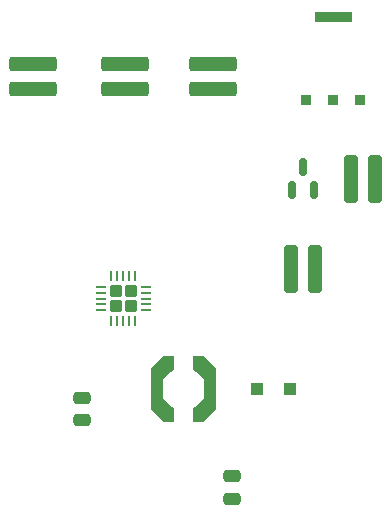
<source format=gbr>
%TF.GenerationSoftware,KiCad,Pcbnew,7.0.9*%
%TF.CreationDate,2023-12-04T00:09:17-03:00*%
%TF.ProjectId,regador,72656761-646f-4722-9e6b-696361645f70,1.0*%
%TF.SameCoordinates,Original*%
%TF.FileFunction,Paste,Top*%
%TF.FilePolarity,Positive*%
%FSLAX46Y46*%
G04 Gerber Fmt 4.6, Leading zero omitted, Abs format (unit mm)*
G04 Created by KiCad (PCBNEW 7.0.9) date 2023-12-04 00:09:17*
%MOMM*%
%LPD*%
G01*
G04 APERTURE LIST*
G04 Aperture macros list*
%AMRoundRect*
0 Rectangle with rounded corners*
0 $1 Rounding radius*
0 $2 $3 $4 $5 $6 $7 $8 $9 X,Y pos of 4 corners*
0 Add a 4 corners polygon primitive as box body*
4,1,4,$2,$3,$4,$5,$6,$7,$8,$9,$2,$3,0*
0 Add four circle primitives for the rounded corners*
1,1,$1+$1,$2,$3*
1,1,$1+$1,$4,$5*
1,1,$1+$1,$6,$7*
1,1,$1+$1,$8,$9*
0 Add four rect primitives between the rounded corners*
20,1,$1+$1,$2,$3,$4,$5,0*
20,1,$1+$1,$4,$5,$6,$7,0*
20,1,$1+$1,$6,$7,$8,$9,0*
20,1,$1+$1,$8,$9,$2,$3,0*%
%AMFreePoly0*
4,1,11,1.467500,1.700000,0.527500,0.844500,0.527500,-0.844500,1.467500,-1.700000,1.467500,-2.755000,0.527500,-2.755000,-0.527500,-1.700000,-0.527500,1.700000,0.527500,2.755000,1.467500,2.755000,1.467500,1.700000,1.467500,1.700000,$1*%
%AMFreePoly1*
4,1,11,0.527500,1.700000,0.527500,-1.700000,-0.527500,-2.755000,-1.467500,-2.755000,-1.467500,-1.700000,-0.527500,-0.844500,-0.527500,0.844500,-1.467500,1.700000,-1.467500,2.755000,-0.527500,2.755000,0.527500,1.700000,0.527500,1.700000,$1*%
G04 Aperture macros list end*
%ADD10R,0.863600X0.812800*%
%ADD11RoundRect,0.250000X-0.475000X0.250000X-0.475000X-0.250000X0.475000X-0.250000X0.475000X0.250000X0*%
%ADD12RoundRect,0.250000X-0.275000X-0.275000X0.275000X-0.275000X0.275000X0.275000X-0.275000X0.275000X0*%
%ADD13RoundRect,0.062500X-0.362500X-0.062500X0.362500X-0.062500X0.362500X0.062500X-0.362500X0.062500X0*%
%ADD14RoundRect,0.062500X-0.062500X-0.362500X0.062500X-0.362500X0.062500X0.362500X-0.062500X0.362500X0*%
%ADD15RoundRect,0.250000X-0.350000X-1.775000X0.350000X-1.775000X0.350000X1.775000X-0.350000X1.775000X0*%
%ADD16RoundRect,0.250000X1.775000X-0.350000X1.775000X0.350000X-1.775000X0.350000X-1.775000X-0.350000X0*%
%ADD17RoundRect,0.250000X0.300000X0.300000X-0.300000X0.300000X-0.300000X-0.300000X0.300000X-0.300000X0*%
%ADD18FreePoly0,0.000000*%
%ADD19FreePoly1,0.000000*%
%ADD20RoundRect,0.150000X0.150000X-0.587500X0.150000X0.587500X-0.150000X0.587500X-0.150000X-0.587500X0*%
%ADD21RoundRect,0.250000X0.350000X1.775000X-0.350000X1.775000X-0.350000X-1.775000X0.350000X-1.775000X0*%
G04 APERTURE END LIST*
%TO.C,MOSFET1*%
G36*
X137144800Y-79956250D02*
G01*
X133995200Y-79956250D01*
X133995200Y-79143450D01*
X137144800Y-79143450D01*
X137144800Y-79956250D01*
G37*
%TD*%
D10*
%TO.C,MOSFET1*%
X133270000Y-86560250D03*
X135570000Y-86560250D03*
X137870000Y-86560250D03*
%TD*%
D11*
%TO.C,C3*%
X114300000Y-111760000D03*
X114300000Y-113660000D03*
%TD*%
%TO.C,C1*%
X127000000Y-118430000D03*
X127000000Y-120330000D03*
%TD*%
D12*
%TO.C,U1*%
X117140000Y-102725050D03*
X117140000Y-104025050D03*
X118440000Y-102725050D03*
X118440000Y-104025050D03*
D13*
X115865000Y-102375050D03*
X115865000Y-102875050D03*
X115865000Y-103375050D03*
X115865000Y-103875050D03*
X115865000Y-104375050D03*
D14*
X116790000Y-105300050D03*
X117290000Y-105300050D03*
X117790000Y-105300050D03*
X118290000Y-105300050D03*
X118790000Y-105300050D03*
D13*
X119715000Y-104375050D03*
X119715000Y-103875050D03*
X119715000Y-103375050D03*
X119715000Y-102875050D03*
X119715000Y-102375050D03*
D14*
X118790000Y-101450050D03*
X118290000Y-101450050D03*
X117790000Y-101450050D03*
X117290000Y-101450050D03*
X116790000Y-101450050D03*
%TD*%
D15*
%TO.C,R5*%
X134055000Y-100835050D03*
X132005000Y-100835050D03*
%TD*%
D16*
%TO.C,R1*%
X125410000Y-85609950D03*
X125410000Y-83559950D03*
%TD*%
%TO.C,R3*%
X110170000Y-85609950D03*
X110170000Y-83559950D03*
%TD*%
D17*
%TO.C,D4*%
X129090000Y-110995050D03*
X131890000Y-110995050D03*
%TD*%
D18*
%TO.C,LPS5030-153*%
X120642500Y-110995050D03*
D19*
X125097500Y-110995050D03*
%TD*%
D20*
%TO.C,Q3*%
X132080000Y-94152550D03*
X133980000Y-94152550D03*
X133030000Y-92277550D03*
%TD*%
D21*
%TO.C,R4*%
X137085000Y-93215050D03*
X139135000Y-93215050D03*
%TD*%
D16*
%TO.C,R2*%
X117965200Y-85609950D03*
X117965200Y-83559950D03*
%TD*%
M02*

</source>
